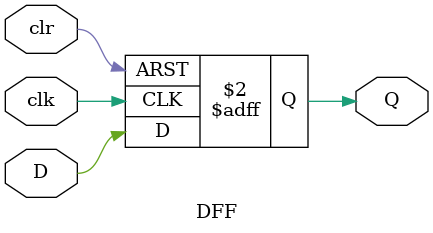
<source format=v>
module DFF(D, clk, clr, Q);

input D,clk,clr;
output reg Q;

always @(posedge clk, posedge clr)begin
    if (clr)
    Q <= 1'b0;
    else
    Q <= D;
end
endmodule

</source>
